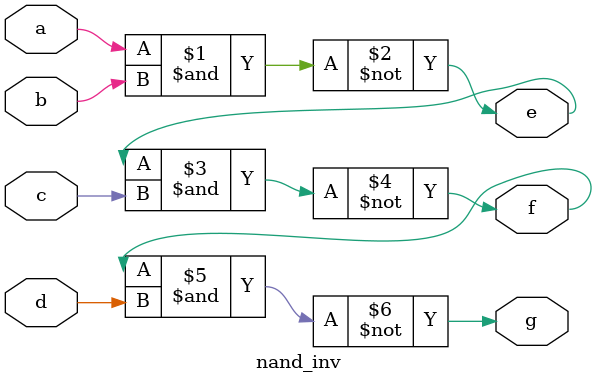
<source format=v>
`timescale 1ns / 1ps
module nand_inv(
input a, b, c, d,
output e, f, g
    );
assign e = ~(a & b);
assign f = ~(e & c);
assign g = ~(f & d);
endmodule
</source>
